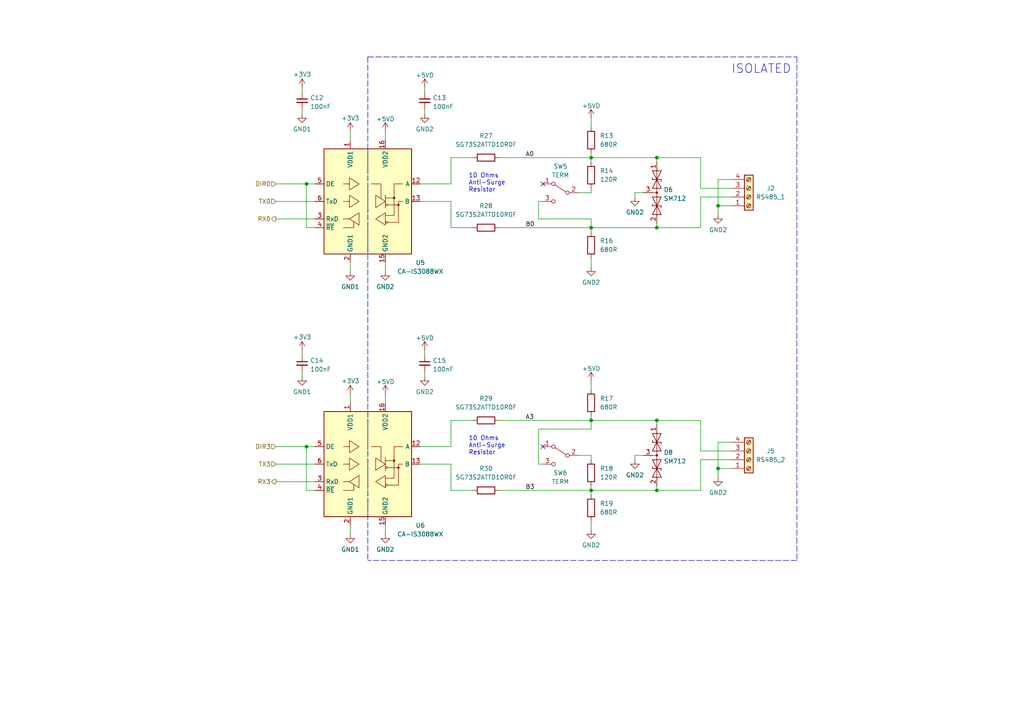
<source format=kicad_sch>
(kicad_sch (version 20211123) (generator eeschema)
  (paper "A4")
  (title_block (title "CH344 Isolated Serial Adapter") (date "2024-01-12") (rev "2") (company "Sleepy Pony Labs"))
  (lib_symbols
    (symbol "Connector:Screw_Terminal_01x04" (pin_names (offset 1.016) hide)
      (property "Reference" "J" (at 0 5.08 0))
      (property "Value" "Screw_Terminal_01x04" (at 0 -7.62 0))
      (symbol "Screw_Terminal_01x04_1_1"
        (rectangle (start -1.27 3.81) (end 1.27 -6.35) (stroke (width 0.254)) (fill (type background)))
        (circle (center 0 -5.08) (radius 0.635) (stroke (width 0.1524)))
        (circle (center 0 -2.54) (radius 0.635) (stroke (width 0.1524)))
        (polyline (pts (xy -0.5334 -4.7498) (xy 0.3302 -5.588)) (stroke (width 0.1524)))
        (polyline (pts (xy -0.5334 -2.2098) (xy 0.3302 -3.048)) (stroke (width 0.1524)))
        (polyline (pts (xy -0.5334 0.3302) (xy 0.3302 -0.508)) (stroke (width 0.1524)))
        (polyline (pts (xy -0.5334 2.8702) (xy 0.3302 2.032)) (stroke (width 0.1524)))
        (polyline (pts (xy -0.3556 -4.572) (xy 0.508 -5.4102)) (stroke (width 0.1524)))
        (polyline (pts (xy -0.3556 -2.032) (xy 0.508 -2.8702)) (stroke (width 0.1524)))
        (polyline (pts (xy -0.3556 0.508) (xy 0.508 -0.3302)) (stroke (width 0.1524)))
        (polyline (pts (xy -0.3556 3.048) (xy 0.508 2.2098)) (stroke (width 0.1524)))
        (circle (center 0 0) (radius 0.635) (stroke (width 0.1524)))
        (circle (center 0 2.54) (radius 0.635) (stroke (width 0.1524)))
        (pin passive line (at -5.08 2.54 0) (length 3.81) (name "Pin_1") (number "1"))
        (pin passive line (at -5.08 0 0) (length 3.81) (name "Pin_2") (number "2"))
        (pin passive line (at -5.08 -2.54 0) (length 3.81) (name "Pin_3") (number "3"))
        (pin passive line (at -5.08 -5.08 0) (length 3.81) (name "Pin_4") (number "4"))
      )
    )
    (symbol "Device:C_Small" (pin_numbers hide) (pin_names (offset 0.254) hide)
      (property "Reference" "C" (at 0.254 1.778 0))
      (property "Value" "C_Small" (at 0.254 -2.032 0))
      (symbol "C_Small_0_1"
        (polyline (pts (xy -1.524 -0.508) (xy 1.524 -0.508)) (stroke (width 0.3302)))
        (polyline (pts (xy -1.524 0.508) (xy 1.524 0.508)) (stroke (width 0.3048)))
      )
      (symbol "C_Small_1_1"
        (pin passive line (at 0 2.54 270) (length 2.032) (name "~") (number "1"))
        (pin passive line (at 0 -2.54 90) (length 2.032) (name "~") (number "2"))
      )
    )
    (symbol "Device:R" (pin_numbers hide) (pin_names (offset 0))
      (property "Reference" "R" (at 2.032 0 90))
      (property "Value" "R" (at 0 0 90))
      (symbol "R_0_1"
        (rectangle (start -1.016 -2.54) (end 1.016 2.54) (stroke (width 0.254)))
      )
      (symbol "R_1_1"
        (pin passive line (at 0 3.81 270) (length 1.27) (name "~") (number "1"))
        (pin passive line (at 0 -3.81 90) (length 1.27) (name "~") (number "2"))
      )
    )
    (symbol "Diode:SM712_SOT23" (pin_names (offset 1.016) hide)
      (property "Reference" "D" (at 0 4.445 0))
      (property "Value" "SM712_SOT23" (at 0 2.54 0))
      (symbol "SM712_SOT23_0_0"
        (polyline (pts (xy 0 -1.27) (xy 0 0)))
      )
      (symbol "SM712_SOT23_0_1"
        (polyline (pts (xy -6.35 0) (xy 6.35 0)))
        (polyline (pts (xy -3.302 1.27) (xy -3.81 1.27) (xy -3.81 -1.27) (xy -4.318 -1.27)) (stroke (width 0.2032)))
        (polyline (pts (xy 4.318 1.27) (xy 3.81 1.27) (xy 3.81 -1.27) (xy 3.302 -1.27)) (stroke (width 0.2032)))
        (polyline (pts (xy -6.35 -1.27) (xy -1.27 1.27) (xy -1.27 -1.27) (xy -6.35 1.27) (xy -6.35 -1.27)) (stroke (width 0.2032)))
        (polyline (pts (xy 1.27 -1.27) (xy 1.27 1.27) (xy 6.35 -1.27) (xy 6.35 1.27) (xy 1.27 -1.27)) (stroke (width 0.2032)))
        (circle (center 0 0) (radius 0.254) (fill (type outline)))
      )
      (symbol "SM712_SOT23_1_1"
        (pin passive line (at -8.89 0 0) (length 2.54) (name "A1") (number "1"))
        (pin passive line (at 8.89 0 180) (length 2.54) (name "A2") (number "2"))
        (pin input line (at 0 -3.81 90) (length 2.54) (name "common") (number "3"))
      )
    )
    (symbol "Interface_UART:ADM2481xRW"
      (property "Reference" "U" (at -12.7 16.51 0))
      (property "Value" "ADM2481xRW" (at 6.35 16.51 0))
      (symbol "ADM2481xRW_0_0"
        (polyline (pts (xy 0 -13.589) (xy 0 -14.859)))
        (polyline (pts (xy 0 -11.684) (xy 0 -12.954)))
        (polyline (pts (xy 0 -9.779) (xy 0 -11.049)))
        (polyline (pts (xy 0 -7.874) (xy 0 -9.144)))
        (polyline (pts (xy 0 -5.969) (xy 0 -7.239)))
        (polyline (pts (xy 0 -4.064) (xy 0 -5.334)))
        (polyline (pts (xy 0 -2.159) (xy 0 -3.429)))
        (polyline (pts (xy 0 -0.254) (xy 0 -1.524)))
        (polyline (pts (xy 0 1.651) (xy 0 0.381)))
        (polyline (pts (xy 0 3.556) (xy 0 2.286)))
        (polyline (pts (xy 0 5.461) (xy 0 4.191)))
        (polyline (pts (xy 0 7.366) (xy 0 6.096)))
        (polyline (pts (xy 0 9.271) (xy 0 8.001)))
        (polyline (pts (xy 0 11.176) (xy 0 9.906)))
        (polyline (pts (xy 0 13.081) (xy 0 11.811)))
        (polyline (pts (xy 0 14.986) (xy 0 13.716)))
      )
      (symbol "ADM2481xRW_0_1"
        (rectangle (start -12.7 15.24) (end 12.7 -15.24) (stroke (width 0.254)) (fill (type background)))
        (polyline (pts (xy -5.334 -5.08) (xy -7.112 -5.08)))
        (polyline (pts (xy -5.334 0) (xy -7.112 0)))
        (polyline (pts (xy -5.334 5.08) (xy -7.112 5.08)))
        (polyline (pts (xy 5.08 1.016) (xy 7.62 1.016)))
        (polyline (pts (xy 5.08 1.905) (xy 5.08 -1.905)))
        (polyline (pts (xy 5.715 -1.016) (xy 8.89 -1.016)))
        (polyline (pts (xy -7.112 -7.62) (xy -4.064 -7.62) (xy -4.064 -5.969)))
        (polyline (pts (xy 1.016 5.08) (xy 3.81 5.08) (xy 3.81 0.889)))
        (polyline (pts (xy -5.334 -5.08) (xy -2.54 -3.302) (xy -2.54 -6.858) (xy -5.334 -5.08)))
        (polyline (pts (xy -2.54 0) (xy -5.334 1.778) (xy -5.334 -1.778) (xy -2.54 0)))
        (polyline (pts (xy -2.54 5.08) (xy -5.334 6.858) (xy -5.334 3.302) (xy -2.54 5.08)))
        (polyline (pts (xy 2.286 -5.08) (xy 5.08 -3.302) (xy 5.08 -6.858) (xy 2.286 -5.08)))
        (polyline (pts (xy 5.08 -4.064) (xy 7.62 -4.064) (xy 7.62 5.08) (xy 10.16 5.08)))
        (polyline (pts (xy 5.08 0) (xy 2.286 1.778) (xy 2.286 -1.778) (xy 5.08 0)))
        (polyline (pts (xy 5.715 -6.096) (xy 8.89 -6.096) (xy 8.89 0) (xy 10.16 0)))
        (circle (center 5.3848 -6.0706) (radius 0.3048))
        (circle (center 5.3848 -0.9906) (radius 0.3048))
        (circle (center 7.62 1.016) (radius 0.254) (fill (type outline)))
        (circle (center 8.89 -1.016) (radius 0.254) (fill (type outline)))
      )
      (symbol "ADM2481xRW_1_1"
        (pin power_in line (at -5.08 17.78 270) (length 2.54) (name "VDD1") (number "1"))
        (pin passive line (at 5.08 -17.78 90) (length 2.54) hide (name "GND2") (number "10"))
        (pin no_connect line (at 12.7 -7.62 180) (length 2.54) hide (name "NC") (number "11"))
        (pin bidirectional line (at 15.24 5.08 180) (length 2.54) (name "A") (number "12"))
        (pin bidirectional line (at 15.24 0 180) (length 2.54) (name "B") (number "13"))
        (pin no_connect line (at 12.7 7.62 180) (length 2.54) hide (name "NC") (number "14"))
        (pin power_in line (at 5.08 -17.78 90) (length 2.54) (name "GND2") (number "15"))
        (pin power_in line (at 5.08 17.78 270) (length 2.54) (name "VDD2") (number "16"))
        (pin power_in line (at -5.08 -17.78 90) (length 2.54) (name "GND1") (number "2"))
        (pin output line (at -15.24 -5.08 0) (length 2.54) (name "RxD") (number "3"))
        (pin input line (at -15.24 -7.62 0) (length 2.54) (name "~{RE}") (number "4"))
        (pin input line (at -15.24 5.08 0) (length 2.54) (name "DE") (number "5"))
        (pin input line (at -15.24 0 0) (length 2.54) (name "TxD") (number "6"))
        (pin passive line (at -5.08 -17.78 90) (length 2.54) hide (name "GND1") (number "7"))
        (pin passive line (at -5.08 -17.78 90) (length 2.54) hide (name "GND1") (number "8"))
        (pin passive line (at 5.08 -17.78 90) (length 2.54) hide (name "GND2") (number "9"))
      )
    )
    (symbol "Switch:SW_SPDT" (pin_names (offset 0) hide)
      (property "Reference" "SW" (at 0 4.318 0))
      (property "Value" "SW_SPDT" (at 0 -5.08 0))
      (symbol "SW_SPDT_0_0"
        (circle (center -2.032 0) (radius 0.508))
        (circle (center 2.032 -2.54) (radius 0.508))
      )
      (symbol "SW_SPDT_0_1"
        (polyline (pts (xy -1.524 0.254) (xy 1.651 2.286)))
        (circle (center 2.032 2.54) (radius 0.508))
      )
      (symbol "SW_SPDT_1_1"
        (pin passive line (at 5.08 2.54 180) (length 2.54) (name "A") (number "1"))
        (pin passive line (at -5.08 0 0) (length 2.54) (name "B") (number "2"))
        (pin passive line (at 5.08 -2.54 180) (length 2.54) (name "C") (number "3"))
      )
    )
    (symbol "power:+3V3" (power) (pin_names (offset 0))
      (property "Value" "+3V3" (at 0 3.556 0))
      (symbol "+3V3_0_1"
        (polyline (pts (xy -0.762 1.27) (xy 0 2.54)))
        (polyline (pts (xy 0 0) (xy 0 2.54)))
        (polyline (pts (xy 0 2.54) (xy 0.762 1.27)))
      )
      (symbol "+3V3_1_1"
        (pin power_in line (at 0 0 90) (length 0) hide (name "+3V3") (number "1"))
      )
    )
    (symbol "power:+5VD" (power) (pin_names (offset 0))
      (property "Value" "+5VD" (at 0 3.556 0))
      (symbol "+5VD_0_1"
        (polyline (pts (xy -0.762 1.27) (xy 0 2.54)))
        (polyline (pts (xy 0 0) (xy 0 2.54)))
        (polyline (pts (xy 0 2.54) (xy 0.762 1.27)))
      )
      (symbol "+5VD_1_1"
        (pin power_in line (at 0 0 90) (length 0) hide (name "+5VD") (number "1"))
      )
    )
    (symbol "power:GND1" (power) (pin_names (offset 0))
      (property "Value" "GND1" (at 0 -3.81 0))
      (symbol "GND1_0_1"
        (polyline (pts (xy 0 0) (xy 0 -1.27) (xy 1.27 -1.27) (xy 0 -2.54) (xy -1.27 -1.27) (xy 0 -1.27)))
      )
      (symbol "GND1_1_1"
        (pin power_in line (at 0 0 270) (length 0) hide (name "GND1") (number "1"))
      )
    )
    (symbol "power:GND2" (power) (pin_names (offset 0))
      (property "Value" "GND2" (at 0 -3.81 0))
      (symbol "GND2_0_1"
        (polyline (pts (xy 0 0) (xy 0 -1.27) (xy 1.27 -1.27) (xy 0 -2.54) (xy -1.27 -1.27) (xy 0 -1.27)))
      )
      (symbol "GND2_1_1"
        (pin power_in line (at 0 0 270) (length 0) hide (name "GND2") (number "1"))
      )
    )
  )
  (junction (at 88.9 53.34))
  (junction (at 171.45 121.92))
  (junction (at 190.5 121.92))
  (junction (at 171.45 45.72))
  (junction (at 88.9 129.54))
  (junction (at 208.28 135.89))
  (junction (at 190.5 45.72))
  (junction (at 190.5 142.24))
  (junction (at 208.28 59.69))
  (junction (at 190.5 66.04))
  (junction (at 171.45 66.04))
  (junction (at 171.45 142.24))
  (no_connect (at 157.48 129.54))
  (no_connect (at 157.48 53.34))
  (wire (pts (xy 123.19 31.75) (xy 123.19 33.02)))
  (wire (pts (xy 203.2 45.72) (xy 203.2 54.61)))
  (wire (pts (xy 171.45 63.5) (xy 171.45 66.04)))
  (wire (pts (xy 130.81 121.92) (xy 130.81 129.54)))
  (wire (pts (xy 156.21 124.46) (xy 171.45 124.46)))
  (wire (pts (xy 144.78 121.92) (xy 171.45 121.92)))
  (wire (pts (xy 203.2 121.92) (xy 203.2 130.81)))
  (wire (pts (xy 190.5 45.72) (xy 190.5 46.99)))
  (wire (pts (xy 87.63 25.4) (xy 87.63 26.67)))
  (wire (pts (xy 80.01 139.7) (xy 91.44 139.7)))
  (wire (pts (xy 101.6 38.1) (xy 101.6 40.64)))
  (wire (pts (xy 208.28 52.07) (xy 212.09 52.07)))
  (wire (pts (xy 171.45 74.93) (xy 171.45 77.47)))
  (wire (pts (xy 190.5 121.92) (xy 203.2 121.92)))
  (wire (pts (xy 190.5 142.24) (xy 203.2 142.24)))
  (wire (pts (xy 171.45 142.24) (xy 190.5 142.24)))
  (wire (pts (xy 87.63 31.75) (xy 87.63 33.02)))
  (wire (pts (xy 171.45 66.04) (xy 190.5 66.04)))
  (wire (pts (xy 212.09 59.69) (xy 208.28 59.69)))
  (wire (pts (xy 156.21 124.46) (xy 156.21 134.62)))
  (wire (pts (xy 208.28 135.89) (xy 208.28 138.43)))
  (wire (pts (xy 121.92 134.62) (xy 130.81 134.62)))
  (wire (pts (xy 130.81 45.72) (xy 137.16 45.72)))
  (wire (pts (xy 101.6 76.2) (xy 101.6 78.74)))
  (wire (pts (xy 121.92 58.42) (xy 130.81 58.42)))
  (wire (pts (xy 184.15 55.88) (xy 184.15 57.15)))
  (wire (pts (xy 144.78 45.72) (xy 171.45 45.72)))
  (wire (pts (xy 87.63 101.6) (xy 87.63 102.87)))
  (wire (pts (xy 203.2 54.61) (xy 212.09 54.61)))
  (wire (pts (xy 171.45 140.97) (xy 171.45 142.24)))
  (wire (pts (xy 121.92 53.34) (xy 130.81 53.34)))
  (wire (pts (xy 208.28 52.07) (xy 208.28 59.69)))
  (wire (pts (xy 91.44 129.54) (xy 88.9 129.54)))
  (wire (pts (xy 88.9 142.24) (xy 91.44 142.24)))
  (wire (pts (xy 157.48 134.62) (xy 156.21 134.62)))
  (wire (pts (xy 167.64 132.08) (xy 171.45 132.08)))
  (wire (pts (xy 208.28 128.27) (xy 208.28 135.89)))
  (wire (pts (xy 121.92 129.54) (xy 130.81 129.54)))
  (wire (pts (xy 171.45 110.49) (xy 171.45 113.03)))
  (wire (pts (xy 190.5 66.04) (xy 203.2 66.04)))
  (wire (pts (xy 171.45 66.04) (xy 171.45 67.31)))
  (wire (pts (xy 171.45 54.61) (xy 171.45 55.88)))
  (wire (pts (xy 156.21 58.42) (xy 156.21 63.5)))
  (wire (pts (xy 80.01 63.5) (xy 91.44 63.5)))
  (wire (pts (xy 171.45 151.13) (xy 171.45 153.67)))
  (wire (pts (xy 80.01 134.62) (xy 91.44 134.62)))
  (polyline (pts (xy 106.68 16.51) (xy 106.68 162.56)))
  (wire (pts (xy 190.5 142.24) (xy 190.5 140.97)))
  (wire (pts (xy 88.9 129.54) (xy 88.9 142.24)))
  (polyline (pts (xy 231.14 162.56) (xy 106.68 162.56)))
  (wire (pts (xy 88.9 66.04) (xy 91.44 66.04)))
  (wire (pts (xy 80.01 129.54) (xy 88.9 129.54)))
  (wire (pts (xy 130.81 58.42) (xy 130.81 66.04)))
  (wire (pts (xy 171.45 121.92) (xy 190.5 121.92)))
  (wire (pts (xy 88.9 53.34) (xy 88.9 66.04)))
  (wire (pts (xy 123.19 25.4) (xy 123.19 26.67)))
  (polyline (pts (xy 231.14 16.51) (xy 231.14 162.56)))
  (wire (pts (xy 203.2 133.35) (xy 212.09 133.35)))
  (wire (pts (xy 123.19 101.6) (xy 123.19 102.87)))
  (wire (pts (xy 111.76 152.4) (xy 111.76 154.94)))
  (wire (pts (xy 171.45 45.72) (xy 190.5 45.72)))
  (wire (pts (xy 171.45 120.65) (xy 171.45 121.92)))
  (wire (pts (xy 111.76 38.1) (xy 111.76 40.64)))
  (wire (pts (xy 130.81 45.72) (xy 130.81 53.34)))
  (wire (pts (xy 190.5 66.04) (xy 190.5 64.77)))
  (wire (pts (xy 91.44 53.34) (xy 88.9 53.34)))
  (wire (pts (xy 203.2 66.04) (xy 203.2 57.15)))
  (wire (pts (xy 101.6 114.3) (xy 101.6 116.84)))
  (wire (pts (xy 80.01 58.42) (xy 91.44 58.42)))
  (wire (pts (xy 130.81 66.04) (xy 137.16 66.04)))
  (wire (pts (xy 157.48 58.42) (xy 156.21 58.42)))
  (wire (pts (xy 190.5 45.72) (xy 203.2 45.72)))
  (wire (pts (xy 111.76 114.3) (xy 111.76 116.84)))
  (wire (pts (xy 171.45 34.29) (xy 171.45 36.83)))
  (wire (pts (xy 130.81 121.92) (xy 137.16 121.92)))
  (wire (pts (xy 171.45 45.72) (xy 171.45 46.99)))
  (wire (pts (xy 156.21 63.5) (xy 171.45 63.5)))
  (wire (pts (xy 171.45 44.45) (xy 171.45 45.72)))
  (wire (pts (xy 186.69 132.08) (xy 184.15 132.08)))
  (wire (pts (xy 171.45 55.88) (xy 167.64 55.88)))
  (wire (pts (xy 184.15 132.08) (xy 184.15 133.35)))
  (wire (pts (xy 130.81 134.62) (xy 130.81 142.24)))
  (wire (pts (xy 123.19 107.95) (xy 123.19 109.22)))
  (wire (pts (xy 80.01 53.34) (xy 88.9 53.34)))
  (wire (pts (xy 190.5 121.92) (xy 190.5 123.19)))
  (wire (pts (xy 203.2 57.15) (xy 212.09 57.15)))
  (wire (pts (xy 111.76 76.2) (xy 111.76 78.74)))
  (polyline (pts (xy 106.68 16.51) (xy 231.14 16.51)))
  (wire (pts (xy 144.78 142.24) (xy 171.45 142.24)))
  (wire (pts (xy 203.2 142.24) (xy 203.2 133.35)))
  (wire (pts (xy 171.45 132.08) (xy 171.45 133.35)))
  (wire (pts (xy 144.78 66.04) (xy 171.45 66.04)))
  (wire (pts (xy 171.45 124.46) (xy 171.45 121.92)))
  (wire (pts (xy 87.63 107.95) (xy 87.63 109.22)))
  (wire (pts (xy 212.09 135.89) (xy 208.28 135.89)))
  (wire (pts (xy 208.28 59.69) (xy 208.28 62.23)))
  (wire (pts (xy 208.28 128.27) (xy 212.09 128.27)))
  (wire (pts (xy 130.81 142.24) (xy 137.16 142.24)))
  (wire (pts (xy 101.6 152.4) (xy 101.6 154.94)))
  (wire (pts (xy 171.45 142.24) (xy 171.45 143.51)))
  (wire (pts (xy 186.69 55.88) (xy 184.15 55.88)))
  (wire (pts (xy 203.2 130.81) (xy 212.09 130.81)))
  (text "10 Ohms\nAnti-Surge\nResistor" (at 135.89 132.08 0) (effects (font (size 1.27 1.27)) (justify left bottom)))
  (text "10 Ohms\nAnti-Surge\nResistor" (at 135.89 55.88 0) (effects (font (size 1.27 1.27)) (justify left bottom)))
  (text "ISOLATED" (at 212.09 21.59 0) (effects (font (size 2.54 2.54)) (justify left bottom)))
  (label "B0" (at 152.4 66.04 0))
  (label "A3" (at 152.4 121.92 0))
  (label "B3" (at 152.4 142.24 0))
  (label "A0" (at 152.4 45.72 0))
  (hierarchical_label "RX0" (shape output) (at 80.01 63.5 180))
  (hierarchical_label "DIR0" (shape input) (at 80.01 53.34 180))
  (hierarchical_label "TX3" (shape input) (at 80.01 134.62 180))
  (hierarchical_label "RX3" (shape output) (at 80.01 139.7 180))
  (hierarchical_label "TX0" (shape input) (at 80.01 58.42 180))
  (hierarchical_label "DIR3" (shape input) (at 80.01 129.54 180))
  (symbol (lib_id "power:GND2") (at 184.15 133.35 0) (unit 1)
    (property "Reference" "#PWR062" (effects hide))
    (property "Value" "GND2" (at 184.15 137.7934 0))
  )
  (symbol (lib_id "Device:R") (at 140.97 45.72 90) (unit 1)
    (property "Reference" "R27" (at 140.97 39.37 90))
    (property "Value" "SG73S2ATTD10R0F" (at 140.97 41.91 90))
    (property "Footprint" "Resistor_SMD:R_0805_2012Metric" (effects hide))
  )
  (symbol (lib_id "Device:R") (at 171.45 50.8 0) (unit 1)
    (property "Reference" "R14" (at 173.99 49.5299 0) (effects (justify left)))
    (property "Value" "120R" (at 173.99 52.0699 0) (effects (justify left)))
    (property "Footprint" "Resistor_SMD:R_0603_1608Metric" (effects hide))
  )
  (symbol (lib_id "Device:R") (at 140.97 121.92 90) (unit 1)
    (property "Reference" "R29" (at 140.97 115.57 90))
    (property "Value" "SG73S2ATTD10R0F" (at 140.97 118.11 90))
    (property "Footprint" "Resistor_SMD:R_0805_2012Metric" (effects hide))
  )
  (symbol (lib_id "Device:R") (at 171.45 71.12 0) (unit 1)
    (property "Reference" "R16" (at 173.99 69.8499 0) (effects (justify left)))
    (property "Value" "680R" (at 173.99 72.3899 0) (effects (justify left)))
    (property "Footprint" "Resistor_SMD:R_0603_1608Metric" (effects hide))
  )
  (symbol (lib_id "Device:C_Small") (at 87.63 29.21 0) (unit 1)
    (property "Reference" "C12" (at 89.9541 28.3816 0) (effects (justify left)))
    (property "Value" "100nF" (at 89.9541 30.9185 0) (effects (justify left)))
    (property "Footprint" "Capacitor_SMD:C_0603_1608Metric" (effects hide))
  )
  (symbol (lib_id "power:GND2") (at 208.28 62.23 0) (unit 1)
    (property "Reference" "#PWR050" (effects hide))
    (property "Value" "GND2" (at 208.28 66.6734 0))
  )
  (symbol (lib_id "Diode:SM712_SOT23") (at 190.5 132.08 270) (unit 1)
    (property "Reference" "D8" (at 192.5066 131.2453 90) (effects (justify left)))
    (property "Value" "SM712" (at 192.5066 133.7822 90) (effects (justify left)))
    (property "Footprint" "Package_TO_SOT_SMD:SOT-23" (effects hide))
    (property "Datasheet" "https://www.littelfuse.com/~/media/electronics/datasheets/tvs_diode_arrays/littelfuse_tvs_diode_array_sm712_datasheet.pdf.pdf" (effects hide))
  )
  (symbol (lib_id "power:+3V3") (at 87.63 101.6 0) (unit 1)
    (property "Reference" "#PWR055" (effects hide))
    (property "Value" "+3V3" (at 87.63 97.79 0))
  )
  (symbol (lib_id "Device:R") (at 140.97 66.04 90) (unit 1)
    (property "Reference" "R28" (at 140.97 59.69 90))
    (property "Value" "SG73S2ATTD10R0F" (at 140.97 62.23 90))
    (property "Footprint" "Resistor_SMD:R_0805_2012Metric" (effects hide))
  )
  (symbol (lib_id "power:GND2") (at 184.15 57.15 0) (unit 1)
    (property "Reference" "#PWR049" (effects hide))
    (property "Value" "GND2" (at 184.15 61.5934 0))
  )
  (symbol (lib_id "Device:R") (at 171.45 116.84 0) (unit 1)
    (property "Reference" "R17" (at 173.99 115.5699 0) (effects (justify left)))
    (property "Value" "680R" (at 173.99 118.1099 0) (effects (justify left)))
    (property "Footprint" "Resistor_SMD:R_0603_1608Metric" (effects hide))
  )
  (symbol (lib_id "power:+5VD") (at 171.45 34.29 0) (unit 1)
    (property "Reference" "#PWR045" (effects hide))
    (property "Value" "+5VD" (at 171.45 30.7142 0))
  )
  (symbol (lib_id "Device:R") (at 171.45 137.16 0) (unit 1)
    (property "Reference" "R18" (at 173.99 135.8899 0) (effects (justify left)))
    (property "Value" "120R" (at 173.99 138.4299 0) (effects (justify left)))
    (property "Footprint" "Resistor_SMD:R_0603_1608Metric" (effects hide))
  )
  (symbol (lib_id "power:GND2") (at 208.28 138.43 0) (unit 1)
    (property "Reference" "#PWR063" (effects hide))
    (property "Value" "GND2" (at 208.28 142.8734 0))
  )
  (symbol (lib_id "Interface_UART:ADM2481xRW") (at 106.68 134.62 0) (unit 1)
    (property "Reference" "U6" (at 121.92 152.4 0))
    (property "Value" "CA-IS3088WX" (at 121.92 154.94 0))
    (property "Footprint" "Package_SO:SOIC-16W_7.5x10.3mm_P1.27mm" (effects hide))
    (property "Datasheet" "https://www.analog.com/media/en/technical-documentation/data-sheets/adm2481.pdf" (effects hide))
  )
  (symbol (lib_id "power:GND2") (at 171.45 153.67 0) (unit 1)
    (property "Reference" "#PWR064" (effects hide))
    (property "Value" "GND2" (at 171.45 158.1134 0))
  )
  (symbol (lib_id "power:GND2") (at 123.19 33.02 0) (unit 1)
    (property "Reference" "#PWR044" (effects hide))
    (property "Value" "GND2" (at 123.19 37.4634 0))
  )
  (symbol (lib_id "Interface_UART:ADM2481xRW") (at 106.68 58.42 0) (unit 1)
    (property "Reference" "U5" (at 121.92 76.2 0))
    (property "Value" "CA-IS3088WX" (at 121.92 78.74 0))
    (property "Footprint" "Package_SO:SOIC-16W_7.5x10.3mm_P1.27mm" (effects hide))
    (property "Datasheet" "https://www.analog.com/media/en/technical-documentation/data-sheets/adm2481.pdf" (effects hide))
  )
  (symbol (lib_id "power:GND2") (at 111.76 154.94 0) (unit 1)
    (property "Reference" "#PWR066" (effects hide))
    (property "Value" "GND2" (at 111.76 159.3834 0))
  )
  (symbol (lib_id "power:+5VD") (at 171.45 110.49 0) (unit 1)
    (property "Reference" "#PWR059" (effects hide))
    (property "Value" "+5VD" (at 171.45 106.9142 0))
  )
  (symbol (lib_id "Device:R") (at 171.45 40.64 0) (unit 1)
    (property "Reference" "R13" (at 173.99 39.3699 0) (effects (justify left)))
    (property "Value" "680R" (at 173.99 41.9099 0) (effects (justify left)))
    (property "Footprint" "Resistor_SMD:R_0603_1608Metric" (effects hide))
  )
  (symbol (lib_id "power:+5VD") (at 123.19 101.6 0) (unit 1)
    (property "Reference" "#PWR056" (effects hide))
    (property "Value" "+5VD" (at 123.19 98.0242 0))
  )
  (symbol (lib_id "Switch:SW_SPDT") (at 162.56 55.88 0) (mirror y) (unit 1)
    (property "Reference" "SW5" (at 162.56 48.26 0))
    (property "Value" "TERM" (at 162.56 50.8 0))
    (property "Footprint" "Button_Switch_THT:SW_CuK_OS102011MA1QN1_SPDT_Angled" (effects hide))
  )
  (symbol (lib_id "Device:C_Small") (at 123.19 29.21 0) (unit 1)
    (property "Reference" "C13" (at 125.5141 28.3816 0) (effects (justify left)))
    (property "Value" "100nF" (at 125.5141 30.9185 0) (effects (justify left)))
    (property "Footprint" "Capacitor_SMD:C_0603_1608Metric" (effects hide))
  )
  (symbol (lib_id "Connector:Screw_Terminal_01x04") (at 217.17 57.15 0) (mirror x) (unit 1)
    (property "Reference" "J2" (at 223.52 54.61 0))
    (property "Value" "RS485_1" (at 223.52 57.15 0))
    (property "Footprint" "isolated_serial_adapter:TerminalBlock_Degson_1x04_P3.50mm_Horizontal" (effects hide))
  )
  (symbol (lib_id "power:+3V3") (at 101.6 114.3 0) (unit 1)
    (property "Reference" "#PWR060" (effects hide))
    (property "Value" "+3V3" (at 101.6 110.49 0))
  )
  (symbol (lib_id "power:GND1") (at 87.63 33.02 0) (unit 1)
    (property "Reference" "#PWR043" (effects hide))
    (property "Value" "GND1" (at 87.63 37.4634 0))
  )
  (symbol (lib_id "Connector:Screw_Terminal_01x04") (at 217.17 133.35 0) (mirror x) (unit 1)
    (property "Reference" "J5" (at 223.52 130.81 0))
    (property "Value" "RS485_2" (at 223.52 133.35 0))
    (property "Footprint" "isolated_serial_adapter:TerminalBlock_Degson_1x04_P3.50mm_Horizontal" (effects hide))
  )
  (symbol (lib_id "power:GND2") (at 123.19 109.22 0) (unit 1)
    (property "Reference" "#PWR058" (effects hide))
    (property "Value" "GND2" (at 123.19 113.6634 0))
  )
  (symbol (lib_id "Device:C_Small") (at 87.63 105.41 0) (unit 1)
    (property "Reference" "C14" (at 89.9541 104.5816 0) (effects (justify left)))
    (property "Value" "100nF" (at 89.9541 107.1185 0) (effects (justify left)))
    (property "Footprint" "Capacitor_SMD:C_0603_1608Metric" (effects hide))
  )
  (symbol (lib_id "power:GND2") (at 111.76 78.74 0) (unit 1)
    (property "Reference" "#PWR054" (effects hide))
    (property "Value" "GND2" (at 111.76 83.1834 0))
  )
  (symbol (lib_id "power:+3V3") (at 101.6 38.1 0) (unit 1)
    (property "Reference" "#PWR046" (effects hide))
    (property "Value" "+3V3" (at 101.6 34.29 0))
  )
  (symbol (lib_id "power:GND1") (at 87.63 109.22 0) (unit 1)
    (property "Reference" "#PWR057" (effects hide))
    (property "Value" "GND1" (at 87.63 113.6634 0))
  )
  (symbol (lib_id "Device:R") (at 171.45 147.32 0) (unit 1)
    (property "Reference" "R19" (at 173.99 146.0499 0) (effects (justify left)))
    (property "Value" "680R" (at 173.99 148.5899 0) (effects (justify left)))
    (property "Footprint" "Resistor_SMD:R_0603_1608Metric" (effects hide))
  )
  (symbol (lib_id "power:GND1") (at 101.6 154.94 0) (unit 1)
    (property "Reference" "#PWR065" (effects hide))
    (property "Value" "GND1" (at 101.6 159.3834 0))
  )
  (symbol (lib_id "power:+5VD") (at 111.76 114.3 0) (unit 1)
    (property "Reference" "#PWR061" (effects hide))
    (property "Value" "+5VD" (at 111.76 110.7242 0))
  )
  (symbol (lib_id "power:+5VD") (at 123.19 25.4 0) (unit 1)
    (property "Reference" "#PWR042" (effects hide))
    (property "Value" "+5VD" (at 123.19 21.8242 0))
  )
  (symbol (lib_id "power:+3V3") (at 87.63 25.4 0) (unit 1)
    (property "Reference" "#PWR041" (effects hide))
    (property "Value" "+3V3" (at 87.63 21.59 0))
  )
  (symbol (lib_id "Device:R") (at 140.97 142.24 90) (unit 1)
    (property "Reference" "R30" (at 140.97 135.89 90))
    (property "Value" "SG73S2ATTD10R0F" (at 140.97 138.43 90))
    (property "Footprint" "Resistor_SMD:R_0805_2012Metric" (effects hide))
  )
  (symbol (lib_id "power:GND2") (at 171.45 77.47 0) (unit 1)
    (property "Reference" "#PWR052" (effects hide))
    (property "Value" "GND2" (at 171.45 81.9134 0))
  )
  (symbol (lib_id "Device:C_Small") (at 123.19 105.41 0) (unit 1)
    (property "Reference" "C15" (at 125.5141 104.5816 0) (effects (justify left)))
    (property "Value" "100nF" (at 125.5141 107.1185 0) (effects (justify left)))
    (property "Footprint" "Capacitor_SMD:C_0603_1608Metric" (effects hide))
  )
  (symbol (lib_id "power:+5VD") (at 111.76 38.1 0) (unit 1)
    (property "Reference" "#PWR047" (effects hide))
    (property "Value" "+5VD" (at 111.76 34.5242 0))
  )
  (symbol (lib_id "power:GND1") (at 101.6 78.74 0) (unit 1)
    (property "Reference" "#PWR053" (effects hide))
    (property "Value" "GND1" (at 101.6 83.1834 0))
  )
  (symbol (lib_id "Switch:SW_SPDT") (at 162.56 132.08 0) (mirror y) (unit 1)
    (property "Reference" "SW6" (at 162.56 137.16 0))
    (property "Value" "TERM" (at 162.56 139.7 0))
    (property "Footprint" "Button_Switch_THT:SW_CuK_OS102011MA1QN1_SPDT_Angled" (effects hide))
  )
  (symbol (lib_id "Diode:SM712_SOT23") (at 190.5 55.88 270) (unit 1)
    (property "Reference" "D6" (at 192.5066 55.0453 90) (effects (justify left)))
    (property "Value" "SM712" (at 192.5066 57.5822 90) (effects (justify left)))
    (property "Footprint" "Package_TO_SOT_SMD:SOT-23" (effects hide))
    (property "Datasheet" "https://www.littelfuse.com/~/media/electronics/datasheets/tvs_diode_arrays/littelfuse_tvs_diode_array_sm712_datasheet.pdf.pdf" (effects hide))
  )
)
</source>
